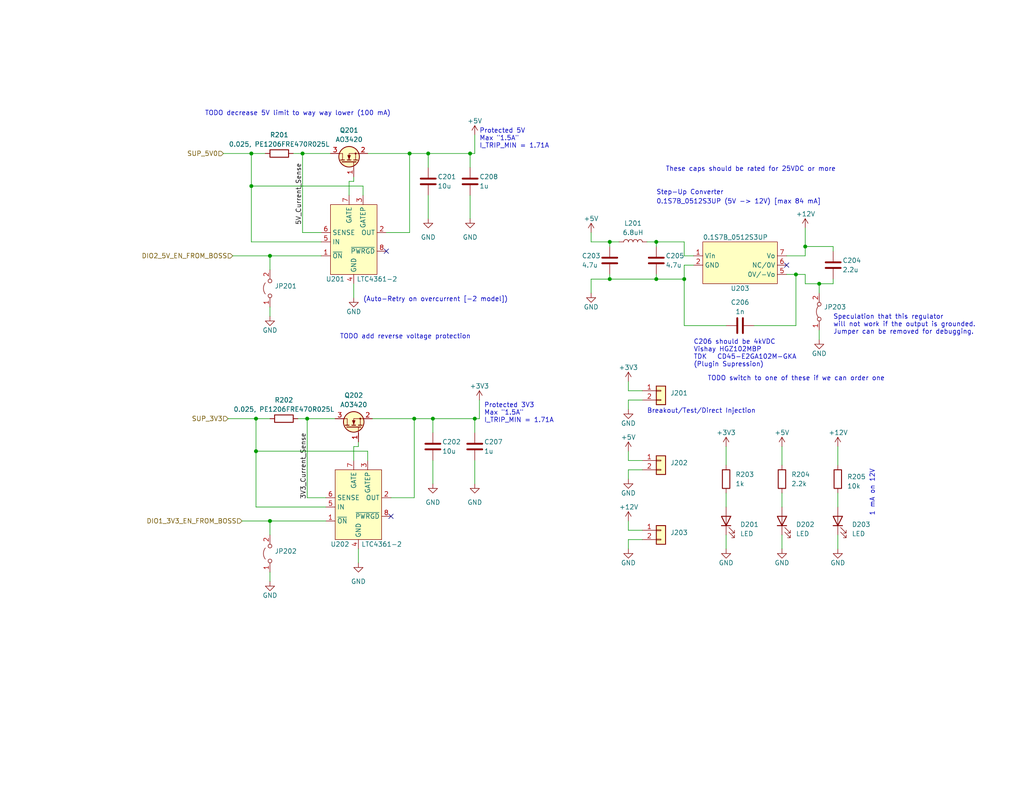
<source format=kicad_sch>
(kicad_sch (version 20230121) (generator eeschema)
  (paper "USLetter")
  (lib_symbols
    (symbol "BIRDS-X_Symbols_Lib:0.1S7B_3UP"
      (property "Reference" "U" (at 13.97 7.62 0))
      (property "Value" "0.1S7B_3UP" (at 1.27 7.62 0))
      (symbol "0.1S7B_3UP_1_1"
        (rectangle (start -5.08 6.35) (end 15.24 -5.08) (fill (type background)))
        (pin power_in line (at -7.62 2.54 0) (length 2.54) (name "Vin") (number "1"))
        (pin power_in line (at -7.62 0 0) (length 2.54) (name "GND") (number "2"))
        (pin power_out line (at 17.78 -2.54 180) (length 2.54) (name "0V/-Vo") (number "5"))
        (pin power_out line (at 17.78 0 180) (length 2.54) (name "NC/0V") (number "6"))
        (pin power_out line (at 17.78 2.54 180) (length 2.54) (name "Vo") (number "7"))
      )
    )
    (symbol "BIRDS-X_Symbols_Lib:AO3420" (pin_names hide)
      (property "Reference" "Q" (at 5.08 1.27 0))
      (property "Value" "AO3420" (at 5.08 -1.27 0))
      (symbol "AO3420_0_1"
        (polyline (pts (xy 0.254 -1.27) (xy -2.54 -1.27)))
        (polyline (pts (xy 0.254 1.905) (xy 0.254 -1.905)) (stroke (width 0.254)))
        (polyline (pts (xy 0.762 -1.778) (xy 2.54 -1.778)))
        (polyline (pts (xy 0.762 -1.27) (xy 0.762 -2.286)) (stroke (width 0.254)))
        (polyline (pts (xy 0.762 0.508) (xy 0.762 -0.508)) (stroke (width 0.254)))
        (polyline (pts (xy 0.762 2.286) (xy 0.762 1.27)) (stroke (width 0.254)))
        (polyline (pts (xy 2.54 1.778) (xy 0.762 1.778)))
        (polyline (pts (xy 2.54 2.54) (xy 2.54 1.778)))
        (polyline (pts (xy 2.54 -2.54) (xy 2.54 0) (xy 0.762 0)))
        (polyline (pts (xy 1.016 0) (xy 2.032 0.381) (xy 2.032 -0.381) (xy 1.016 0)) (fill (type outline)))
        (circle (center 1.651 0) (radius 2.794) (stroke (width 0.254)) (fill (type background)))
        (circle (center 2.54 -1.778) (radius 0.1778) (fill (type outline)))
      )
      (symbol "AO3420_1_1"
        (pin input line (at -3.81 -1.27 0) (length 2.54) (name "G") (number "1"))
        (pin passive line (at 2.54 -5.08 90) (length 2.54) (name "S") (number "2"))
        (pin passive line (at 2.54 5.08 270) (length 2.54) (name "D") (number "3"))
      )
    )
    (symbol "BIRDS-X_Symbols_Lib:LTC4361-X_TS8"
      (property "Reference" "U" (at -5.08 -13.97 0))
      (property "Value" "LTC4361-X" (at 6.35 -13.97 0))
      (symbol "LTC4361-X_TS8_1_1"
        (rectangle (start -6.35 6.35) (end 6.35 -12.7) (fill (type background)))
        (pin input line (at -8.89 -7.62 0) (length 2.54) (name "~{ON}") (number "1"))
        (pin power_out line (at 8.89 -1.27 180) (length 2.54) (name "OUT") (number "2"))
        (pin output line (at 2.54 8.89 270) (length 2.54) (name "GATEP") (number "3"))
        (pin power_in line (at 0 -15.24 90) (length 2.54) (name "GND") (number "4"))
        (pin input line (at -8.89 -3.81 0) (length 2.54) (name "IN") (number "5"))
        (pin input line (at -8.89 -1.27 0) (length 2.54) (name "SENSE") (number "6"))
        (pin output line (at -1.27 8.89 270) (length 2.54) (name "GATE") (number "7"))
        (pin input line (at 8.89 -6.35 180) (length 2.54) (name "~{PWRGD}") (number "8"))
      )
    )
    (symbol "Connector_Generic:Conn_01x02" (pin_names (offset 1.016) hide)
      (property "Reference" "J" (at 0 2.54 0))
      (property "Value" "Conn_01x02" (at 0 -5.08 0))
      (symbol "Conn_01x02_1_1"
        (rectangle (start -1.27 -2.413) (end 0 -2.667) (stroke (width 0.1524)))
        (rectangle (start -1.27 0.127) (end 0 -0.127) (stroke (width 0.1524)))
        (rectangle (start -1.27 1.27) (end 1.27 -3.81) (stroke (width 0.254)) (fill (type background)))
        (pin passive line (at -5.08 0 0) (length 3.81) (name "Pin_1") (number "1"))
        (pin passive line (at -5.08 -2.54 0) (length 3.81) (name "Pin_2") (number "2"))
      )
    )
    (symbol "Device:C" (pin_numbers hide) (pin_names (offset 0.254))
      (property "Reference" "C" (at 0.635 2.54 0))
      (property "Value" "C" (at 0.635 -2.54 0))
      (symbol "C_0_1"
        (polyline (pts (xy -2.032 -0.762) (xy 2.032 -0.762)) (stroke (width 0.508)))
        (polyline (pts (xy -2.032 0.762) (xy 2.032 0.762)) (stroke (width 0.508)))
      )
      (symbol "C_1_1"
        (pin passive line (at 0 3.81 270) (length 2.794) (name "~") (number "1"))
        (pin passive line (at 0 -3.81 90) (length 2.794) (name "~") (number "2"))
      )
    )
    (symbol "Device:L" (pin_numbers hide) (pin_names (offset 1.016) hide)
      (property "Reference" "L" (at -1.27 0 90))
      (property "Value" "L" (at 1.905 0 90))
      (symbol "L_0_1"
        (arc (start 0 -2.54) (mid 0.6323 -1.905) (end 0 -1.27))
        (arc (start 0 -1.27) (mid 0.6323 -0.635) (end 0 0))
        (arc (start 0 0) (mid 0.6323 0.635) (end 0 1.27))
        (arc (start 0 1.27) (mid 0.6323 1.905) (end 0 2.54))
      )
      (symbol "L_1_1"
        (pin passive line (at 0 3.81 270) (length 1.27) (name "1") (number "1"))
        (pin passive line (at 0 -3.81 90) (length 1.27) (name "2") (number "2"))
      )
    )
    (symbol "Device:LED" (pin_numbers hide) (pin_names (offset 1.016) hide)
      (property "Reference" "D" (at 0 2.54 0))
      (property "Value" "LED" (at 0 -2.54 0))
      (symbol "LED_0_1"
        (polyline (pts (xy -1.27 -1.27) (xy -1.27 1.27)) (stroke (width 0.254)))
        (polyline (pts (xy -1.27 0) (xy 1.27 0)))
        (polyline (pts (xy 1.27 -1.27) (xy 1.27 1.27) (xy -1.27 0) (xy 1.27 -1.27)) (stroke (width 0.254)))
        (polyline (pts (xy -3.048 -0.762) (xy -4.572 -2.286) (xy -3.81 -2.286) (xy -4.572 -2.286) (xy -4.572 -1.524)))
        (polyline (pts (xy -1.778 -0.762) (xy -3.302 -2.286) (xy -2.54 -2.286) (xy -3.302 -2.286) (xy -3.302 -1.524)))
      )
      (symbol "LED_1_1"
        (pin passive line (at -3.81 0 0) (length 2.54) (name "K") (number "1"))
        (pin passive line (at 3.81 0 180) (length 2.54) (name "A") (number "2"))
      )
    )
    (symbol "Device:R" (pin_numbers hide) (pin_names (offset 0))
      (property "Reference" "R" (at 2.032 0 90))
      (property "Value" "R" (at 0 0 90))
      (symbol "R_0_1"
        (rectangle (start -1.016 -2.54) (end 1.016 2.54) (stroke (width 0.254)))
      )
      (symbol "R_1_1"
        (pin passive line (at 0 3.81 270) (length 1.27) (name "~") (number "1"))
        (pin passive line (at 0 -3.81 90) (length 1.27) (name "~") (number "2"))
      )
    )
    (symbol "Jumper:Jumper_2_Bridged" (pin_names (offset 0) hide)
      (property "Reference" "JP" (at 0 1.905 0))
      (property "Value" "Jumper_2_Bridged" (at 0 -2.54 0))
      (symbol "Jumper_2_Bridged_0_0"
        (circle (center -2.032 0) (radius 0.508))
        (circle (center 2.032 0) (radius 0.508))
      )
      (symbol "Jumper_2_Bridged_0_1"
        (arc (start 1.524 0.254) (mid 0 0.762) (end -1.524 0.254))
      )
      (symbol "Jumper_2_Bridged_1_1"
        (pin passive line (at -5.08 0 0) (length 2.54) (name "A") (number "1"))
        (pin passive line (at 5.08 0 180) (length 2.54) (name "B") (number "2"))
      )
    )
    (symbol "Jumper:Jumper_2_Open" (pin_names (offset 0) hide)
      (property "Reference" "JP" (at 0 2.794 0))
      (property "Value" "Jumper_2_Open" (at 0 -2.286 0))
      (symbol "Jumper_2_Open_0_0"
        (circle (center -2.032 0) (radius 0.508))
        (circle (center 2.032 0) (radius 0.508))
      )
      (symbol "Jumper_2_Open_0_1"
        (arc (start 1.524 1.27) (mid 0 1.778) (end -1.524 1.27))
      )
      (symbol "Jumper_2_Open_1_1"
        (pin passive line (at -5.08 0 0) (length 2.54) (name "A") (number "1"))
        (pin passive line (at 5.08 0 180) (length 2.54) (name "B") (number "2"))
      )
    )
    (symbol "power:+12V" (power) (pin_names (offset 0))
      (property "Value" "+12V" (at 0 3.556 0))
      (symbol "+12V_0_1"
        (polyline (pts (xy -0.762 1.27) (xy 0 2.54)))
        (polyline (pts (xy 0 0) (xy 0 2.54)))
        (polyline (pts (xy 0 2.54) (xy 0.762 1.27)))
      )
      (symbol "+12V_1_1"
        (pin power_in line (at 0 0 90) (length 0) hide (name "+12V") (number "1"))
      )
    )
    (symbol "power:+3V3" (power) (pin_names (offset 0))
      (property "Value" "+3V3" (at 0 3.556 0))
      (symbol "+3V3_0_1"
        (polyline (pts (xy -0.762 1.27) (xy 0 2.54)))
        (polyline (pts (xy 0 0) (xy 0 2.54)))
        (polyline (pts (xy 0 2.54) (xy 0.762 1.27)))
      )
      (symbol "+3V3_1_1"
        (pin power_in line (at 0 0 90) (length 0) hide (name "+3V3") (number "1"))
      )
    )
    (symbol "power:+5V" (power) (pin_names (offset 0))
      (property "Value" "+5V" (at 0 3.556 0))
      (symbol "+5V_0_1"
        (polyline (pts (xy -0.762 1.27) (xy 0 2.54)))
        (polyline (pts (xy 0 0) (xy 0 2.54)))
        (polyline (pts (xy 0 2.54) (xy 0.762 1.27)))
      )
      (symbol "+5V_1_1"
        (pin power_in line (at 0 0 90) (length 0) hide (name "+5V") (number "1"))
      )
    )
    (symbol "power:GND" (power) (pin_names (offset 0))
      (property "Value" "GND" (at 0 -3.81 0))
      (symbol "GND_0_1"
        (polyline (pts (xy 0 0) (xy 0 -1.27) (xy 1.27 -1.27) (xy 0 -2.54) (xy -1.27 -1.27) (xy 0 -1.27)))
      )
      (symbol "GND_1_1"
        (pin power_in line (at 0 0 270) (length 0) hide (name "GND") (number "1"))
      )
    )
  )
  (junction (at 68.58 50.8))
  (junction (at 166.37 66.04))
  (junction (at 69.85 123.19))
  (junction (at 179.07 76.2))
  (junction (at 113.03 114.3))
  (junction (at 116.84 41.91))
  (junction (at 219.71 67.31))
  (junction (at 83.82 114.3))
  (junction (at 73.66 142.24))
  (junction (at 166.37 76.2))
  (junction (at 186.69 76.2))
  (junction (at 68.58 41.91))
  (junction (at 73.66 69.85))
  (junction (at 223.52 77.47))
  (junction (at 118.11 114.3))
  (junction (at 69.85 114.3))
  (junction (at 179.07 66.04))
  (junction (at 111.76 41.91))
  (junction (at 128.27 41.91))
  (junction (at 217.17 74.93))
  (junction (at 82.55 41.91))
  (junction (at 129.54 114.3))
  (no_connect (at 105.41 68.58))
  (no_connect (at 214.63 72.39))
  (no_connect (at 106.68 140.97))
  (wire (pts (xy 198.12 88.9) (xy 186.69 88.9)))
  (wire (pts (xy 198.12 134.62) (xy 198.12 138.43)))
  (wire (pts (xy 69.85 123.19) (xy 69.85 138.43)))
  (wire (pts (xy 128.27 53.34) (xy 128.27 59.69)))
  (wire (pts (xy 116.84 41.91) (xy 128.27 41.91)))
  (wire (pts (xy 113.03 114.3) (xy 113.03 135.89)))
  (wire (pts (xy 171.45 109.22) (xy 171.45 111.76)))
  (wire (pts (xy 213.36 134.62) (xy 213.36 138.43)))
  (wire (pts (xy 198.12 121.92) (xy 198.12 127)))
  (wire (pts (xy 198.12 146.05) (xy 198.12 149.86)))
  (wire (pts (xy 228.6 121.92) (xy 228.6 127)))
  (wire (pts (xy 227.33 77.47) (xy 227.33 76.2)))
  (wire (pts (xy 219.71 62.23) (xy 219.71 67.31)))
  (wire (pts (xy 171.45 123.19) (xy 171.45 125.73)))
  (wire (pts (xy 73.66 142.24) (xy 88.9 142.24)))
  (wire (pts (xy 161.29 80.01) (xy 161.29 76.2)))
  (wire (pts (xy 223.52 77.47) (xy 223.52 80.01)))
  (wire (pts (xy 171.45 142.24) (xy 171.45 144.78)))
  (wire (pts (xy 219.71 77.47) (xy 223.52 77.47)))
  (wire (pts (xy 223.52 77.47) (xy 227.33 77.47)))
  (wire (pts (xy 179.07 66.04) (xy 179.07 67.31)))
  (wire (pts (xy 83.82 114.3) (xy 83.82 135.89)))
  (wire (pts (xy 118.11 114.3) (xy 113.03 114.3)))
  (wire (pts (xy 166.37 76.2) (xy 179.07 76.2)))
  (wire (pts (xy 219.71 67.31) (xy 219.71 69.85)))
  (wire (pts (xy 227.33 67.31) (xy 219.71 67.31)))
  (wire (pts (xy 68.58 66.04) (xy 87.63 66.04)))
  (wire (pts (xy 100.33 41.91) (xy 111.76 41.91)))
  (wire (pts (xy 82.55 41.91) (xy 90.17 41.91)))
  (wire (pts (xy 101.6 114.3) (xy 113.03 114.3)))
  (wire (pts (xy 69.85 114.3) (xy 69.85 123.19)))
  (wire (pts (xy 69.85 123.19) (xy 100.33 123.19)))
  (wire (pts (xy 68.58 50.8) (xy 68.58 66.04)))
  (wire (pts (xy 97.79 149.86) (xy 97.79 153.67)))
  (wire (pts (xy 97.79 121.92) (xy 97.79 120.65)))
  (wire (pts (xy 228.6 134.62) (xy 228.6 138.43)))
  (wire (pts (xy 175.26 128.27) (xy 171.45 128.27)))
  (wire (pts (xy 95.25 49.53) (xy 96.52 49.53)))
  (wire (pts (xy 111.76 41.91) (xy 111.76 63.5)))
  (wire (pts (xy 118.11 114.3) (xy 118.11 118.11)))
  (wire (pts (xy 73.66 83.82) (xy 73.66 86.36)))
  (wire (pts (xy 100.33 125.73) (xy 100.33 123.19)))
  (wire (pts (xy 228.6 146.05) (xy 228.6 149.86)))
  (wire (pts (xy 73.66 69.85) (xy 73.66 73.66)))
  (wire (pts (xy 62.23 114.3) (xy 69.85 114.3)))
  (wire (pts (xy 161.29 76.2) (xy 166.37 76.2)))
  (wire (pts (xy 73.66 69.85) (xy 87.63 69.85)))
  (wire (pts (xy 205.74 88.9) (xy 217.17 88.9)))
  (wire (pts (xy 166.37 66.04) (xy 168.91 66.04)))
  (wire (pts (xy 217.17 74.93) (xy 214.63 74.93)))
  (wire (pts (xy 116.84 53.34) (xy 116.84 59.69)))
  (wire (pts (xy 175.26 147.32) (xy 171.45 147.32)))
  (wire (pts (xy 69.85 114.3) (xy 73.66 114.3)))
  (wire (pts (xy 118.11 114.3) (xy 129.54 114.3)))
  (wire (pts (xy 81.28 114.3) (xy 83.82 114.3)))
  (wire (pts (xy 83.82 114.3) (xy 91.44 114.3)))
  (wire (pts (xy 68.58 50.8) (xy 99.06 50.8)))
  (wire (pts (xy 73.66 142.24) (xy 73.66 146.05)))
  (wire (pts (xy 95.25 49.53) (xy 95.25 53.34)))
  (wire (pts (xy 68.58 41.91) (xy 72.39 41.91)))
  (wire (pts (xy 186.69 69.85) (xy 189.23 69.85)))
  (wire (pts (xy 219.71 69.85) (xy 214.63 69.85)))
  (wire (pts (xy 130.81 109.22) (xy 130.81 114.3)))
  (wire (pts (xy 219.71 74.93) (xy 217.17 74.93)))
  (wire (pts (xy 213.36 121.92) (xy 213.36 127)))
  (wire (pts (xy 166.37 74.93) (xy 166.37 76.2)))
  (wire (pts (xy 223.52 90.17) (xy 223.52 92.71)))
  (wire (pts (xy 80.01 41.91) (xy 82.55 41.91)))
  (wire (pts (xy 116.84 41.91) (xy 116.84 45.72)))
  (wire (pts (xy 171.45 106.68) (xy 175.26 106.68)))
  (wire (pts (xy 82.55 41.91) (xy 82.55 63.5)))
  (wire (pts (xy 96.52 49.53) (xy 96.52 48.26)))
  (wire (pts (xy 66.04 142.24) (xy 73.66 142.24)))
  (wire (pts (xy 227.33 68.58) (xy 227.33 67.31)))
  (wire (pts (xy 111.76 41.91) (xy 116.84 41.91)))
  (wire (pts (xy 60.96 41.91) (xy 68.58 41.91)))
  (wire (pts (xy 176.53 66.04) (xy 179.07 66.04)))
  (wire (pts (xy 129.54 114.3) (xy 130.81 114.3)))
  (wire (pts (xy 217.17 88.9) (xy 217.17 74.93)))
  (wire (pts (xy 68.58 41.91) (xy 68.58 50.8)))
  (wire (pts (xy 113.03 135.89) (xy 106.68 135.89)))
  (wire (pts (xy 69.85 138.43) (xy 88.9 138.43)))
  (wire (pts (xy 128.27 41.91) (xy 129.54 41.91)))
  (wire (pts (xy 179.07 76.2) (xy 186.69 76.2)))
  (wire (pts (xy 161.29 63.5) (xy 161.29 66.04)))
  (wire (pts (xy 219.71 74.93) (xy 219.71 77.47)))
  (wire (pts (xy 171.45 104.14) (xy 171.45 106.68)))
  (wire (pts (xy 179.07 66.04) (xy 186.69 66.04)))
  (wire (pts (xy 186.69 72.39) (xy 189.23 72.39)))
  (wire (pts (xy 111.76 63.5) (xy 105.41 63.5)))
  (wire (pts (xy 213.36 146.05) (xy 213.36 149.86)))
  (wire (pts (xy 171.45 128.27) (xy 171.45 130.81)))
  (wire (pts (xy 83.82 135.89) (xy 88.9 135.89)))
  (wire (pts (xy 96.52 121.92) (xy 97.79 121.92)))
  (wire (pts (xy 186.69 88.9) (xy 186.69 76.2)))
  (wire (pts (xy 171.45 125.73) (xy 175.26 125.73)))
  (wire (pts (xy 96.52 77.47) (xy 96.52 81.28)))
  (wire (pts (xy 129.54 125.73) (xy 129.54 132.08)))
  (wire (pts (xy 171.45 147.32) (xy 171.45 149.86)))
  (wire (pts (xy 96.52 121.92) (xy 96.52 125.73)))
  (wire (pts (xy 186.69 66.04) (xy 186.69 69.85)))
  (wire (pts (xy 166.37 67.31) (xy 166.37 66.04)))
  (wire (pts (xy 175.26 109.22) (xy 171.45 109.22)))
  (wire (pts (xy 129.54 36.83) (xy 129.54 41.91)))
  (wire (pts (xy 118.11 125.73) (xy 118.11 132.08)))
  (wire (pts (xy 73.66 156.21) (xy 73.66 158.75)))
  (wire (pts (xy 63.5 69.85) (xy 73.66 69.85)))
  (wire (pts (xy 82.55 63.5) (xy 87.63 63.5)))
  (wire (pts (xy 128.27 41.91) (xy 128.27 45.72)))
  (wire (pts (xy 99.06 53.34) (xy 99.06 50.8)))
  (wire (pts (xy 171.45 144.78) (xy 175.26 144.78)))
  (wire (pts (xy 179.07 74.93) (xy 179.07 76.2)))
  (wire (pts (xy 161.29 66.04) (xy 166.37 66.04)))
  (wire (pts (xy 186.69 76.2) (xy 186.69 72.39)))
  (wire (pts (xy 129.54 114.3) (xy 129.54 118.11)))
  (text "C206 should be 4kVDC\nVishay HGZ102MBP\nTDK   CD45-E2GA102M-GKA\n(Plugin Supression)" (at 189.23 100.33 0) (effects (font (size 1.27 1.27)) (justify left bottom)))
  (text "TODO switch to one of these if we can order one" (at 193.04 104.14 0) (effects (font (size 1.27 1.27)) (justify left bottom)))
  (text "Breakout/Test/Direct Injection" (at 176.53 113.03 0) (effects (font (size 1.27 1.27)) (justify left bottom)))
  (text "Step-Up Converter" (at 179.07 53.34 0) (effects (font (size 1.27 1.27)) (justify left bottom)))
  (text "1 mA on 12V" (at 238.76 140.97 90) (effects (font (size 1.27 1.27)) (justify left bottom)))
  (text "Protected 5V\nMax \"1.5A\"\nI_TRIP_MIN = 1.71A" (at 130.81 40.64 0) (effects (font (size 1.27 1.27)) (justify left bottom)))
  (text "These caps should be rated for 25VDC or more" (at 181.61 46.99 0) (effects (font (size 1.27 1.27)) (justify left bottom)))
  (text "Speculation that this regulator\nwill not work if the output is grounded.\nJumper can be removed for debugging." (at 227.33 91.44 0) (effects (font (size 1.27 1.27)) (justify left bottom)))
  (text "0.1S7B_0512S3UP (5V -> 12V) [max 84 mA]" (at 179.07 55.88 0) (effects (font (size 1.27 1.27)) (justify left bottom)))
  (text "(Auto-Retry on overcurrent [-2 model])" (at 99.06 82.55 0) (effects (font (size 1.27 1.27)) (justify left bottom)))
  (text "Protected 3V3\nMax \"1.5A\"\nI_TRIP_MIN = 1.71A" (at 132.08 115.57 0) (effects (font (size 1.27 1.27)) (justify left bottom)))
  (text "TODO decrease 5V limit to way way lower (100 mA)" (at 55.88 31.75 0) (effects (font (size 1.27 1.27)) (justify left bottom)))
  (text "TODO add reverse voltage protection" (at 92.71 92.71 0) (effects (font (size 1.27 1.27)) (justify left bottom)))
  (label "5V_Current_Sense" (at 82.55 44.45 270))
  (label "3V3_Current_Sense" (at 83.82 118.11 270))
  (hierarchical_label "DIO2_5V_EN_FROM_BOSS" (shape input) (at 63.5 69.85 180))
  (hierarchical_label "DIO1_3V3_EN_FROM_BOSS" (shape input) (at 66.04 142.24 180))
  (hierarchical_label "SUP_3V3" (shape input) (at 62.23 114.3 180))
  (hierarchical_label "SUP_5V0" (shape input) (at 60.96 41.91 180))
  (symbol (lib_id "power:GND") (at 128.27 59.69 0) (unit 1)
    (property "Reference" "#PWR08" (effects hide))
    (property "Value" "GND" (at 128.27 64.77 0))
    (instances (project "BIRDS-X-PCB" (path "" (reference "#PWR08") (unit 1)) (path "" (reference "#PWR0224") (unit 1))))
  )
  (symbol (lib_id "power:+5V") (at 129.54 36.83 0) (unit 1)
    (property "Reference" "#PWR0206" (effects hide))
    (property "Value" "+5V" (at 129.54 33.02 0))
  )
  (symbol (lib_id "power:+12V") (at 219.71 62.23 0) (unit 1)
    (property "Reference" "#PWR015" (effects hide))
    (property "Value" "+12V" (at 217.17 58.42 0) (effects (justify left)))
  )
  (symbol (lib_id "Jumper:Jumper_2_Bridged") (at 223.52 85.09 90) (unit 1)
    (property "Reference" "JP203" (at 224.79 83.82 90) (effects (justify right)))
    (property "Value" "Jumper_2_Bridged" (effects hide))
    (property "Footprint" "Jumper:SolderJumper-2_P1.3mm_Open_RoundedPad1.0x1.5mm" (effects hide))
  )
  (symbol (lib_id "power:+3V3") (at 171.45 104.14 0) (unit 1)
    (property "Reference" "#PWR0219" (effects hide))
    (property "Value" "+3V3" (at 171.45 100.33 0))
  )
  (symbol (lib_id "BIRDS-X_Symbols_Lib:LTC4361-X_TS8") (at 96.52 62.23 0) (unit 1)
    (property "Reference" "U201" (at 88.9 76.2 0) (effects (justify left)))
    (property "Value" "LTC4361-2" (at 102.87 76.2 0))
    (property "Footprint" "Package_TO_SOT_SMD:TSOT-23-8_HandSoldering" (effects hide))
    (property "Datasheet" "https://www.analog.com/media/en/technical-documentation/data-sheets/ltc4361-1-4361-2.pdf" (effects hide))
  )
  (symbol (lib_id "power:GND") (at 97.79 153.67 0) (unit 1)
    (property "Reference" "#PWR08" (effects hide))
    (property "Value" "GND" (at 97.79 158.75 0))
    (instances (project "BIRDS-X-PCB" (path "" (reference "#PWR08") (unit 1)) (path "" (reference "#PWR0203") (unit 1))))
  )
  (symbol (lib_id "power:GND") (at 171.45 130.81 0) (unit 1)
    (property "Reference" "#PWR08" (effects hide))
    (property "Value" "GND" (at 171.45 134.62 0))
    (instances (project "BIRDS-X-PCB" (path "" (reference "#PWR08") (unit 1)) (path "" (reference "#PWR0221") (unit 1))))
  )
  (symbol (lib_id "Device:C") (at 166.37 71.12 0) (unit 1)
    (property "Reference" "C203" (at 158.75 69.85 0) (effects (justify left)))
    (property "Value" "4.7u" (at 158.75 72.39 0) (effects (justify left)))
    (property "Footprint" "Capacitor_SMD:C_0603_1608Metric_Pad1.08x0.95mm_HandSolder" (effects hide))
  )
  (symbol (lib_id "power:GND") (at 129.54 132.08 0) (unit 1)
    (property "Reference" "#PWR08" (effects hide))
    (property "Value" "GND" (at 129.54 137.16 0))
    (instances (project "BIRDS-X-PCB" (path "" (reference "#PWR08") (unit 1)) (path "" (reference "#PWR0201") (unit 1))))
  )
  (symbol (lib_id "Device:C") (at 116.84 49.53 0) (unit 1)
    (property "Reference" "C201" (at 119.38 48.26 0) (effects (justify left)))
    (property "Value" "10u" (at 119.38 50.8 0) (effects (justify left)))
    (property "Footprint" "Capacitor_SMD:C_0603_1608Metric_Pad1.08x0.95mm_HandSolder" (effects hide))
  )
  (symbol (lib_id "power:GND") (at 73.66 158.75 0) (unit 1)
    (property "Reference" "#PWR08" (effects hide))
    (property "Value" "GND" (at 73.66 162.56 0))
    (instances (project "BIRDS-X-PCB" (path "" (reference "#PWR08") (unit 1)) (path "" (reference "#PWR0217") (unit 1))))
  )
  (symbol (lib_id "power:GND") (at 118.11 132.08 0) (unit 1)
    (property "Reference" "#PWR08" (effects hide))
    (property "Value" "GND" (at 118.11 137.16 0))
    (instances (project "BIRDS-X-PCB" (path "" (reference "#PWR08") (unit 1)) (path "" (reference "#PWR0205") (unit 1))))
  )
  (symbol (lib_id "Device:R") (at 213.36 130.81 0) (unit 1)
    (property "Reference" "R204" (at 215.9 129.54 0) (effects (justify left)))
    (property "Value" "2.2k" (at 215.9 132.08 0) (effects (justify left)))
    (property "Footprint" "Resistor_SMD:R_0603_1608Metric_Pad0.98x0.95mm_HandSolder" (effects hide))
  )
  (symbol (lib_id "power:GND") (at 213.36 149.86 0) (unit 1)
    (property "Reference" "#PWR08" (effects hide))
    (property "Value" "GND" (at 213.36 153.67 0))
    (instances (project "BIRDS-X-PCB" (path "" (reference "#PWR08") (unit 1)) (path "" (reference "#PWR0211") (unit 1))))
  )
  (symbol (lib_id "Jumper:Jumper_2_Open") (at 73.66 78.74 90) (unit 1)
    (property "Reference" "JP201" (at 74.93 78.105 90) (effects (justify right)))
    (property "Value" "Jumper_2_Open" (effects hide))
    (property "Footprint" "Jumper:SolderJumper-2_P1.3mm_Open_RoundedPad1.0x1.5mm" (effects hide))
  )
  (symbol (lib_id "power:+3V3") (at 130.81 109.22 0) (unit 1)
    (property "Reference" "#PWR0207" (effects hide))
    (property "Value" "+3V3" (at 130.81 105.41 0))
  )
  (symbol (lib_id "Device:C") (at 179.07 71.12 0) (unit 1)
    (property "Reference" "C205" (at 181.61 69.85 0) (effects (justify left)))
    (property "Value" "4.7u" (at 181.61 72.39 0) (effects (justify left)))
    (property "Footprint" "Capacitor_SMD:C_0603_1608Metric_Pad1.08x0.95mm_HandSolder" (effects hide))
  )
  (symbol (lib_id "power:GND") (at 171.45 111.76 0) (unit 1)
    (property "Reference" "#PWR08" (effects hide))
    (property "Value" "GND" (at 171.45 115.57 0))
    (instances (project "BIRDS-X-PCB" (path "" (reference "#PWR08") (unit 1)) (path "" (reference "#PWR0218") (unit 1))))
  )
  (symbol (lib_id "power:+12V") (at 171.45 142.24 0) (unit 1)
    (property "Reference" "#PWR0222" (effects hide))
    (property "Value" "+12V" (at 168.91 138.43 0) (effects (justify left)))
  )
  (symbol (lib_id "Device:R") (at 76.2 41.91 90) (unit 1)
    (property "Reference" "R201" (at 76.2 36.83 90))
    (property "Value" "0.025, PE1206FRE470R025L" (at 76.2 39.37 90))
    (property "Footprint" "Resistor_SMD:R_1206_3216Metric_Pad1.30x1.75mm_HandSolder" (effects hide))
  )
  (symbol (lib_id "BIRDS-X_Symbols_Lib:AO3420") (at 96.52 116.84 90) (unit 1)
    (property "Reference" "Q202" (at 96.52 107.95 90))
    (property "Value" "AO3420" (at 96.52 110.49 90))
    (property "Footprint" "Package_TO_SOT_SMD:SOT-23" (effects hide))
    (property "Datasheet" "https://www.tme.eu/Document/e078e0d7f7e9a9efd96f3e7a35ec389d/AO3420.pdf" (effects hide))
  )
  (symbol (lib_id "power:+3V3") (at 198.12 121.92 0) (unit 1)
    (property "Reference" "#PWR0215" (effects hide))
    (property "Value" "+3V3" (at 198.12 118.11 0))
  )
  (symbol (lib_id "power:GND") (at 223.52 92.71 0) (unit 1)
    (property "Reference" "#PWR08" (effects hide))
    (property "Value" "GND" (at 223.52 96.52 0))
    (instances (project "BIRDS-X-PCB" (path "" (reference "#PWR08") (unit 1)) (path "" (reference "#PWR0208") (unit 1))))
  )
  (symbol (lib_id "BIRDS-X_Symbols_Lib:AO3420") (at 95.25 44.45 90) (unit 1)
    (property "Reference" "Q201" (at 95.25 35.56 90))
    (property "Value" "AO3420" (at 95.25 38.1 90))
    (property "Footprint" "Package_TO_SOT_SMD:SOT-23" (effects hide))
    (property "Datasheet" "https://www.tme.eu/Document/e078e0d7f7e9a9efd96f3e7a35ec389d/AO3420.pdf" (effects hide))
  )
  (symbol (lib_id "Device:C") (at 118.11 121.92 0) (unit 1)
    (property "Reference" "C202" (at 120.65 120.65 0) (effects (justify left)))
    (property "Value" "10u" (at 120.65 123.19 0) (effects (justify left)))
    (property "Footprint" "Capacitor_SMD:C_0603_1608Metric_Pad1.08x0.95mm_HandSolder" (effects hide))
  )
  (symbol (lib_id "Device:R") (at 198.12 130.81 0) (unit 1)
    (property "Reference" "R203" (at 200.66 129.54 0) (effects (justify left)))
    (property "Value" "1k" (at 200.66 132.08 0) (effects (justify left)))
    (property "Footprint" "Resistor_SMD:R_0603_1608Metric_Pad0.98x0.95mm_HandSolder" (effects hide))
  )
  (symbol (lib_id "power:GND") (at 73.66 86.36 0) (unit 1)
    (property "Reference" "#PWR08" (effects hide))
    (property "Value" "GND" (at 73.66 90.17 0))
    (instances (project "BIRDS-X-PCB" (path "" (reference "#PWR08") (unit 1)) (path "" (reference "#PWR0216") (unit 1))))
  )
  (symbol (lib_id "Device:C") (at 129.54 121.92 0) (unit 1)
    (property "Reference" "C207" (at 132.08 120.65 0) (effects (justify left)))
    (property "Value" "1u" (at 132.08 123.19 0) (effects (justify left)))
    (property "Footprint" "Capacitor_SMD:C_0603_1608Metric_Pad1.08x0.95mm_HandSolder" (effects hide))
  )
  (symbol (lib_id "Connector_Generic:Conn_01x02") (at 180.34 144.78 0) (unit 1)
    (property "Reference" "J203" (at 182.88 145.415 0) (effects (justify left)))
    (property "Value" "Conn_01x02" (effects hide))
    (property "Footprint" "Connector_PinHeader_1.27mm:PinHeader_1x02_P1.27mm_Vertical" (effects hide))
  )
  (symbol (lib_id "Device:C") (at 227.33 72.39 0) (unit 1)
    (property "Reference" "C204" (at 229.87 71.12 0) (effects (justify left)))
    (property "Value" "2.2u" (at 229.87 73.66 0) (effects (justify left)))
    (property "Footprint" "Capacitor_SMD:C_0603_1608Metric_Pad1.08x0.95mm_HandSolder" (effects hide))
  )
  (symbol (lib_id "power:GND") (at 198.12 149.86 0) (unit 1)
    (property "Reference" "#PWR08" (effects hide))
    (property "Value" "GND" (at 198.12 153.67 0))
    (instances (project "BIRDS-X-PCB" (path "" (reference "#PWR08") (unit 1)) (path "" (reference "#PWR0210") (unit 1))))
  )
  (symbol (lib_id "Connector_Generic:Conn_01x02") (at 180.34 106.68 0) (unit 1)
    (property "Reference" "J201" (at 182.88 107.315 0) (effects (justify left)))
    (property "Value" "Conn_01x02" (effects hide))
    (property "Footprint" "Connector_PinHeader_1.27mm:PinHeader_1x02_P1.27mm_Vertical" (effects hide))
  )
  (symbol (lib_id "power:+5V") (at 171.45 123.19 0) (unit 1)
    (property "Reference" "#PWR0220" (effects hide))
    (property "Value" "+5V" (at 171.45 119.38 0))
  )
  (symbol (lib_id "Device:LED") (at 213.36 142.24 90) (unit 1)
    (property "Reference" "D202" (at 217.17 143.1925 90) (effects (justify right)))
    (property "Value" "LED" (at 217.17 145.7325 90) (effects (justify right)))
    (property "Footprint" "LED_SMD:LED_1206_3216Metric_Pad1.42x1.75mm_HandSolder" (effects hide))
  )
  (symbol (lib_id "Device:R") (at 228.6 130.81 0) (unit 1)
    (property "Reference" "R205" (at 231.14 130.175 0) (effects (justify left)))
    (property "Value" "10k" (at 231.14 132.715 0) (effects (justify left)))
    (property "Footprint" "Resistor_SMD:R_0603_1608Metric_Pad0.98x0.95mm_HandSolder" (effects hide))
  )
  (symbol (lib_id "Device:C") (at 201.93 88.9 270) (unit 1)
    (property "Reference" "C206" (at 201.93 82.55 90))
    (property "Value" "1n" (at 201.93 85.09 90))
    (property "Footprint" "Capacitor_SMD:C_1812_4532Metric" (effects hide))
    (property "Datasheet" "https://datasheet.lcsc.com/lcsc/2103290903_Murata-Electronics-GA342QR7GD102KW01L_C524544.pdf" (effects hide))
    (property "LCSC" "C524544" (effects hide))
  )
  (symbol (lib_id "power:GND") (at 171.45 149.86 0) (unit 1)
    (property "Reference" "#PWR08" (effects hide))
    (property "Value" "GND" (at 171.45 153.67 0))
    (instances (project "BIRDS-X-PCB" (path "" (reference "#PWR08") (unit 1)) (path "" (reference "#PWR0223") (unit 1))))
  )
  (symbol (lib_id "Device:LED") (at 198.12 142.24 90) (unit 1)
    (property "Reference" "D201" (at 201.93 143.1925 90) (effects (justify right)))
    (property "Value" "LED" (at 201.93 145.7325 90) (effects (justify right)))
    (property "Footprint" "LED_SMD:LED_1206_3216Metric_Pad1.42x1.75mm_HandSolder" (effects hide))
  )
  (symbol (lib_id "Device:LED") (at 228.6 142.24 90) (unit 1)
    (property "Reference" "D203" (at 232.41 143.1925 90) (effects (justify right)))
    (property "Value" "LED" (at 232.41 145.7325 90) (effects (justify right)))
    (property "Footprint" "LED_SMD:LED_1206_3216Metric_Pad1.42x1.75mm_HandSolder" (effects hide))
  )
  (symbol (lib_id "power:+5V") (at 213.36 121.92 0) (unit 1)
    (property "Reference" "#PWR0213" (effects hide))
    (property "Value" "+5V" (at 213.36 118.11 0))
  )
  (symbol (lib_id "power:GND") (at 161.29 80.01 0) (unit 1)
    (property "Reference" "#PWR08" (effects hide))
    (property "Value" "GND" (at 161.29 83.82 0))
    (instances (project "BIRDS-X-PCB" (path "" (reference "#PWR08") (unit 1)) (path "" (reference "#PWR0209") (unit 1))))
  )
  (symbol (lib_id "Device:R") (at 77.47 114.3 90) (unit 1)
    (property "Reference" "R202" (at 77.47 109.22 90))
    (property "Value" "0.025, PE1206FRE470R025L" (at 77.47 111.76 90))
    (property "Footprint" "Resistor_SMD:R_1206_3216Metric_Pad1.30x1.75mm_HandSolder" (effects hide))
  )
  (symbol (lib_id "Jumper:Jumper_2_Open") (at 73.66 151.13 90) (unit 1)
    (property "Reference" "JP202" (at 74.93 150.495 90) (effects (justify right)))
    (property "Value" "Jumper_2_Open" (effects hide))
    (property "Footprint" "Jumper:SolderJumper-2_P1.3mm_Open_RoundedPad1.0x1.5mm" (effects hide))
  )
  (symbol (lib_id "power:GND") (at 116.84 59.69 0) (unit 1)
    (property "Reference" "#PWR08" (effects hide))
    (property "Value" "GND" (at 116.84 64.77 0))
    (instances (project "BIRDS-X-PCB" (path "" (reference "#PWR08") (unit 1)) (path "" (reference "#PWR0204") (unit 1))))
  )
  (symbol (lib_id "power:+5V") (at 161.29 63.5 0) (unit 1)
    (property "Reference" "#PWR07" (effects hide))
    (property "Value" "+5V" (at 161.29 59.69 0))
  )
  (symbol (lib_id "Connector_Generic:Conn_01x02") (at 180.34 125.73 0) (unit 1)
    (property "Reference" "J202" (at 182.88 126.365 0) (effects (justify left)))
    (property "Value" "Conn_01x02" (effects hide))
    (property "Footprint" "Connector_PinHeader_1.27mm:PinHeader_1x02_P1.27mm_Vertical" (effects hide))
  )
  (symbol (lib_id "Device:C") (at 128.27 49.53 0) (unit 1)
    (property "Reference" "C208" (at 130.81 48.26 0) (effects (justify left)))
    (property "Value" "1u" (at 130.81 50.8 0) (effects (justify left)))
    (property "Footprint" "Capacitor_SMD:C_0603_1608Metric_Pad1.08x0.95mm_HandSolder" (effects hide))
  )
  (symbol (lib_id "power:+12V") (at 228.6 121.92 0) (unit 1)
    (property "Reference" "#PWR0214" (effects hide))
    (property "Value" "+12V" (at 226.06 118.11 0) (effects (justify left)))
  )
  (symbol (lib_id "power:GND") (at 96.52 81.28 0) (unit 1)
    (property "Reference" "#PWR08" (effects hide))
    (property "Value" "GND" (at 96.52 85.09 0))
    (instances (project "BIRDS-X-PCB" (path "" (reference "#PWR08") (unit 1)) (path "" (reference "#PWR0202") (unit 1))))
  )
  (symbol (lib_id "BIRDS-X_Symbols_Lib:0.1S7B_3UP") (at 196.85 72.39 0) (unit 1)
    (property "Reference" "U203" (at 201.93 78.74 0))
    (property "Value" "0.1S7B_0512S3UP" (at 200.66 64.77 0))
    (property "Footprint" "BIRDS-X_Footprints_Lib:Converter_DCDC_Gaptec_0.1S7B_3UP_THT" (effects hide))
  )
  (symbol (lib_id "BIRDS-X_Symbols_Lib:LTC4361-X_TS8") (at 97.79 134.62 0) (unit 1)
    (property "Reference" "U202" (at 90.17 148.59 0) (effects (justify left)))
    (property "Value" "LTC4361-2" (at 104.14 148.59 0))
    (property "Footprint" "Package_TO_SOT_SMD:TSOT-23-8_HandSoldering" (effects hide))
    (property "Datasheet" "https://www.analog.com/media/en/technical-documentation/data-sheets/ltc4361-1-4361-2.pdf" (effects hide))
  )
  (symbol (lib_id "power:GND") (at 228.6 149.86 0) (unit 1)
    (property "Reference" "#PWR08" (effects hide))
    (property "Value" "GND" (at 228.6 153.67 0))
    (instances (project "BIRDS-X-PCB" (path "" (reference "#PWR08") (unit 1)) (path "" (reference "#PWR0212") (unit 1))))
  )
  (symbol (lib_id "Device:L") (at 172.72 66.04 90) (unit 1)
    (property "Reference" "L201" (at 172.72 60.96 90))
    (property "Value" "6.8uH" (at 172.72 63.5 90))
    (property "Footprint" "Inductor_SMD:L_0603_1608Metric_Pad1.05x0.95mm_HandSolder" (effects hide))
  )
)
</source>
